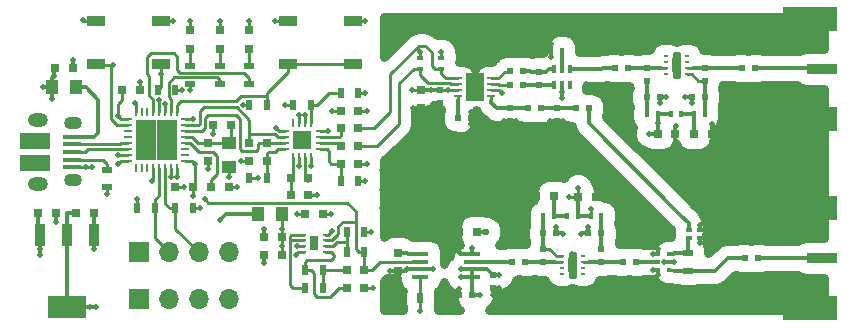
<source format=gtl>
G04 #@! TF.FileFunction,Copper,L1,Top,Signal*
%FSLAX46Y46*%
G04 Gerber Fmt 4.6, Leading zero omitted, Abs format (unit mm)*
G04 Created by KiCad (PCBNEW 4.0.5-e0-6337~49~ubuntu14.04.1) date Sun Feb 26 21:45:19 2017*
%MOMM*%
%LPD*%
G01*
G04 APERTURE LIST*
%ADD10C,0.100000*%
%ADD11R,1.450000X0.400000*%
%ADD12R,1.700000X1.700000*%
%ADD13O,1.700000X1.700000*%
%ADD14R,0.800000X1.200000*%
%ADD15R,0.450000X0.250000*%
%ADD16R,0.800000X0.300000*%
%ADD17R,0.750000X0.260000*%
%ADD18R,0.260000X0.750000*%
%ADD19R,1.650000X1.650000*%
%ADD20R,0.700000X0.250000*%
%ADD21R,0.250000X0.700000*%
%ADD22R,1.725000X1.725000*%
%ADD23R,1.500000X0.850000*%
%ADD24R,0.500000X0.900000*%
%ADD25R,2.560000X0.850000*%
%ADD26R,4.560000X2.000000*%
%ADD27R,0.800000X0.750000*%
%ADD28R,0.750000X0.800000*%
%ADD29R,0.600000X0.500000*%
%ADD30R,0.500000X0.600000*%
%ADD31R,0.800000X0.800000*%
%ADD32R,1.250000X1.000000*%
%ADD33R,1.000000X1.250000*%
%ADD34R,1.650000X0.400000*%
%ADD35O,1.500000X1.100000*%
%ADD36O,1.700000X1.200000*%
%ADD37R,2.500000X1.430000*%
%ADD38R,0.900000X0.500000*%
%ADD39R,0.400000X0.600000*%
%ADD40R,0.600000X0.400000*%
%ADD41R,3.250000X1.900000*%
%ADD42R,0.950000X1.900000*%
%ADD43R,0.300000X0.800000*%
%ADD44R,0.330000X0.410000*%
%ADD45R,0.500000X0.400000*%
%ADD46R,0.675000X0.250000*%
%ADD47R,1.650000X2.380000*%
%ADD48C,0.460000*%
%ADD49C,0.600000*%
%ADD50C,0.380000*%
%ADD51C,0.240000*%
%ADD52C,0.360000*%
%ADD53C,0.300000*%
%ADD54C,0.800000*%
%ADD55C,0.254000*%
G04 APERTURE END LIST*
D10*
D11*
X176500000Y-85400000D03*
X176500000Y-86050000D03*
X176500000Y-86700000D03*
X176500000Y-87350000D03*
X180900000Y-87350000D03*
X180900000Y-86700000D03*
X180900000Y-86050000D03*
X180900000Y-85400000D03*
D12*
X152670000Y-89250000D03*
D13*
X155210000Y-89250000D03*
X157750000Y-89250000D03*
X160290000Y-89250000D03*
D14*
X167500000Y-84500000D03*
D15*
X166625000Y-83750000D03*
X166625000Y-84250000D03*
X166625000Y-84750000D03*
X166625000Y-85250000D03*
X168375000Y-85250000D03*
X168375000Y-84750000D03*
X168375000Y-84250000D03*
X168375000Y-83750000D03*
D16*
X167500000Y-84250000D03*
X167500000Y-84750000D03*
D17*
X167975000Y-76500000D03*
X167975000Y-76000000D03*
X167975000Y-75500000D03*
X167975000Y-75000000D03*
D18*
X167250000Y-74275000D03*
X166750000Y-74275000D03*
X166250000Y-74275000D03*
X165750000Y-74275000D03*
D17*
X165025000Y-75000000D03*
X165025000Y-75500000D03*
X165025000Y-76000000D03*
X165025000Y-76500000D03*
D18*
X165750000Y-77225000D03*
X166250000Y-77225000D03*
X166750000Y-77225000D03*
X167250000Y-77225000D03*
D19*
X166500000Y-75750000D03*
D20*
X156537500Y-77500000D03*
X156537500Y-77000000D03*
X156537500Y-76500000D03*
X156537500Y-76000000D03*
X156537500Y-75500000D03*
X156537500Y-75000000D03*
X156537500Y-74500000D03*
X156537500Y-74000000D03*
D21*
X155887500Y-73350000D03*
X155387500Y-73350000D03*
X154887500Y-73350000D03*
X154387500Y-73350000D03*
X153887500Y-73350000D03*
X153387500Y-73350000D03*
X152887500Y-73350000D03*
X152387500Y-73350000D03*
D20*
X151737500Y-74000000D03*
X151737500Y-74500000D03*
X151737500Y-75000000D03*
X151737500Y-75500000D03*
X151737500Y-76000000D03*
X151737500Y-76500000D03*
X151737500Y-77000000D03*
X151737500Y-77500000D03*
D21*
X152387500Y-78150000D03*
X152887500Y-78150000D03*
X153387500Y-78150000D03*
X153887500Y-78150000D03*
X154387500Y-78150000D03*
X154887500Y-78150000D03*
X155387500Y-78150000D03*
X155887500Y-78150000D03*
D22*
X153275000Y-74887500D03*
X153275000Y-76612500D03*
X155000000Y-74887500D03*
X155000000Y-76612500D03*
D23*
X170750000Y-65650000D03*
X165250000Y-65650000D03*
X165250000Y-69350000D03*
X170750000Y-69350000D03*
X154500000Y-65650000D03*
X149000000Y-65650000D03*
X149000000Y-69350000D03*
X154500000Y-69350000D03*
D24*
X163500000Y-72750000D03*
X162000000Y-72750000D03*
X154250000Y-71500000D03*
X155750000Y-71500000D03*
D25*
X210500000Y-85750000D03*
D26*
X209500000Y-90000000D03*
X209500000Y-81500000D03*
D25*
X210500000Y-69750000D03*
D26*
X209500000Y-74000000D03*
X209500000Y-65500000D03*
D27*
X144150000Y-81950000D03*
X145650000Y-81950000D03*
X151250000Y-71500000D03*
X152750000Y-71500000D03*
X157250000Y-79750000D03*
X155750000Y-79750000D03*
X160450000Y-74500000D03*
X158950000Y-74500000D03*
X147350000Y-81950000D03*
X148850000Y-81950000D03*
X145550000Y-69650000D03*
X147050000Y-69650000D03*
D28*
X158500000Y-76000000D03*
X158500000Y-77500000D03*
D27*
X160250000Y-79750000D03*
X158750000Y-79750000D03*
X164750000Y-84000000D03*
X163250000Y-84000000D03*
X169750000Y-73250000D03*
X171250000Y-73250000D03*
X168250000Y-82000000D03*
X166750000Y-82000000D03*
X164750000Y-85500000D03*
X163250000Y-85500000D03*
X169750000Y-77750000D03*
X171250000Y-77750000D03*
X163500000Y-77500000D03*
X162000000Y-77500000D03*
X167000000Y-79000000D03*
X165500000Y-79000000D03*
X163500000Y-76000000D03*
X162000000Y-76000000D03*
X171250000Y-76250000D03*
X169750000Y-76250000D03*
X171750000Y-88250000D03*
X170250000Y-88250000D03*
X171250000Y-74750000D03*
X169750000Y-74750000D03*
X171750000Y-86750000D03*
X170250000Y-86750000D03*
D29*
X180900000Y-88910000D03*
X179800000Y-88910000D03*
D28*
X174570000Y-85300000D03*
X174570000Y-86800000D03*
D30*
X182620000Y-87200000D03*
X182620000Y-88300000D03*
D29*
X200569779Y-72111867D03*
X199469779Y-72111867D03*
X203700000Y-69661867D03*
X204800000Y-69661867D03*
D27*
X181250000Y-83500000D03*
X179750000Y-83500000D03*
D30*
X178127416Y-71530846D03*
X178127416Y-72630846D03*
D27*
X199669779Y-75211867D03*
X201169779Y-75211867D03*
D28*
X176507416Y-71530846D03*
X176507416Y-73030846D03*
D29*
X189627416Y-73070846D03*
X190727416Y-73070846D03*
D27*
X198069779Y-75211867D03*
X196569779Y-75211867D03*
D29*
X196769779Y-72111867D03*
X195669779Y-72111867D03*
X192969779Y-69661867D03*
X194069779Y-69661867D03*
D30*
X188027416Y-73050000D03*
X188027416Y-74150000D03*
D29*
X186910000Y-83660000D03*
X188010000Y-83660000D03*
X179697416Y-73850846D03*
X180797416Y-73850846D03*
X185360000Y-86060000D03*
X184260000Y-86060000D03*
D30*
X186527416Y-69950846D03*
X186527416Y-71050846D03*
X184087416Y-74160846D03*
X184087416Y-73060846D03*
D27*
X187810000Y-80510000D03*
X186310000Y-80510000D03*
X191350000Y-80550000D03*
X189850000Y-80550000D03*
D29*
X190710000Y-83660000D03*
X191810000Y-83660000D03*
X194710000Y-86060000D03*
X193610000Y-86060000D03*
D31*
X157000000Y-68050000D03*
X157000000Y-66450000D03*
X159500000Y-68050000D03*
X159500000Y-66450000D03*
X162000000Y-68050000D03*
X162000000Y-66450000D03*
D32*
X160250000Y-78000000D03*
X160250000Y-76000000D03*
D33*
X147300000Y-71300000D03*
X145300000Y-71300000D03*
X162750000Y-82000000D03*
X164750000Y-82000000D03*
D30*
X200569779Y-70761867D03*
X200569779Y-69661867D03*
X195669779Y-70761867D03*
X195669779Y-69661867D03*
D29*
X186717416Y-73060846D03*
X185617416Y-73060846D03*
D30*
X186910000Y-84960000D03*
X186910000Y-86060000D03*
D29*
X185207416Y-69870846D03*
X184107416Y-69870846D03*
X185207416Y-71130846D03*
X184107416Y-71130846D03*
D30*
X191810000Y-84960000D03*
X191810000Y-86060000D03*
D34*
X147000000Y-75450000D03*
X147000000Y-76100000D03*
X147000000Y-76750000D03*
X147000000Y-77400000D03*
X147000000Y-78050000D03*
D35*
X147120000Y-74330000D03*
X147120000Y-79170000D03*
D36*
X144120000Y-74020000D03*
X144120000Y-79480000D03*
D37*
X143880000Y-75790000D03*
X143880000Y-77710000D03*
D12*
X152670000Y-85250000D03*
D13*
X155210000Y-85250000D03*
X157750000Y-85250000D03*
X160290000Y-85250000D03*
D38*
X150000000Y-79750000D03*
X150000000Y-78250000D03*
X157000000Y-71000000D03*
X157000000Y-69500000D03*
X159500000Y-71000000D03*
X159500000Y-69500000D03*
X162000000Y-71000000D03*
X162000000Y-69500000D03*
D24*
X169750000Y-79250000D03*
X171250000Y-79250000D03*
X163500000Y-79000000D03*
X162000000Y-79000000D03*
X165750000Y-72750000D03*
X167250000Y-72750000D03*
X169750000Y-71750000D03*
X171250000Y-71750000D03*
X168250000Y-88250000D03*
X166750000Y-88250000D03*
X166750000Y-86750000D03*
X168250000Y-86750000D03*
X170250000Y-83500000D03*
X171750000Y-83500000D03*
X171750000Y-85250000D03*
X170250000Y-85250000D03*
D39*
X199669779Y-73511867D03*
X200569779Y-73511867D03*
X197669779Y-73511867D03*
X198569779Y-73511867D03*
X196569779Y-73511867D03*
X195669779Y-73511867D03*
X187550000Y-68200000D03*
X188450000Y-68200000D03*
X187810000Y-82210000D03*
X186910000Y-82210000D03*
X189810000Y-82210000D03*
X188910000Y-82210000D03*
X190910000Y-82210000D03*
X191810000Y-82210000D03*
D40*
X176500000Y-68800000D03*
X176500000Y-69700000D03*
X178250000Y-69700000D03*
X178250000Y-68800000D03*
D38*
X199160000Y-86830000D03*
X199160000Y-85330000D03*
D41*
X146550000Y-89850000D03*
D42*
X148850000Y-83750000D03*
X146550000Y-83750000D03*
X144250000Y-83750000D03*
D43*
X189127416Y-69750846D03*
X188477416Y-69750846D03*
X187827416Y-69750846D03*
X187827416Y-71050846D03*
X188477416Y-71050846D03*
X189127416Y-71050846D03*
D44*
X197570000Y-86070000D03*
X197570000Y-85410000D03*
X197570000Y-86730000D03*
X196570000Y-86070000D03*
X196570000Y-85410000D03*
X196570000Y-86730000D03*
D45*
X200200000Y-83375000D03*
X200200000Y-84025000D03*
X199200000Y-83375000D03*
X199200000Y-84025000D03*
D24*
X157250000Y-81500000D03*
X155750000Y-81500000D03*
X152500000Y-81500000D03*
X154000000Y-81500000D03*
X176500000Y-89100000D03*
X175000000Y-89100000D03*
D29*
X205050000Y-85750000D03*
X203950000Y-85750000D03*
D14*
X198169779Y-69411867D03*
D15*
X199044779Y-70161867D03*
X199044779Y-69661867D03*
X199044779Y-69161867D03*
X199044779Y-68661867D03*
X197294779Y-68661867D03*
X197294779Y-69161867D03*
X197294779Y-69661867D03*
X197294779Y-70161867D03*
D16*
X198169779Y-69661867D03*
X198169779Y-69161867D03*
D14*
X189360000Y-86310000D03*
D15*
X188485000Y-85560000D03*
X188485000Y-86060000D03*
X188485000Y-86560000D03*
X188485000Y-87060000D03*
X190235000Y-87060000D03*
X190235000Y-86560000D03*
X190235000Y-86060000D03*
X190235000Y-85560000D03*
D16*
X189360000Y-86060000D03*
X189360000Y-86560000D03*
D46*
X182492416Y-72015846D03*
X182492416Y-71515846D03*
X182492416Y-71015846D03*
X182492416Y-70515846D03*
X179692416Y-70515846D03*
X179692416Y-71015846D03*
X179692416Y-71515846D03*
X179692416Y-72015846D03*
D47*
X181092416Y-71265846D03*
D27*
X165500000Y-80400000D03*
X167000000Y-80400000D03*
D48*
X144250000Y-85500000D03*
X144250000Y-85000000D03*
X176500000Y-68300000D03*
X178250000Y-68300000D03*
X145300000Y-72250000D03*
X145450000Y-70350000D03*
X144500000Y-71300000D03*
X159500000Y-82500000D03*
X195850000Y-75200000D03*
X196569779Y-74300000D03*
X190900000Y-81600000D03*
X189100000Y-80550000D03*
X189850000Y-79800000D03*
X183400000Y-71750000D03*
X175750000Y-71550000D03*
X177350000Y-71530846D03*
X178850000Y-71515846D03*
X148850000Y-85000000D03*
X145650000Y-82650000D03*
X167700000Y-80400000D03*
X148700000Y-78050000D03*
X148200000Y-78050000D03*
X143880000Y-75790000D03*
X143880000Y-77710000D03*
X167500000Y-84750000D03*
X167500000Y-84250000D03*
X172300000Y-83500000D03*
X153275000Y-76612500D03*
X153275000Y-74887500D03*
X155000000Y-74887500D03*
X155000000Y-76612500D03*
X171800000Y-65650000D03*
X164200000Y-65650000D03*
X155550000Y-65650000D03*
X147900000Y-65600000D03*
X147050000Y-68950000D03*
X163250000Y-83300000D03*
X163250000Y-86200000D03*
X158950000Y-75200000D03*
X157000000Y-65700000D03*
X159500000Y-65700000D03*
X162000000Y-65700000D03*
X156450000Y-79750000D03*
X155900000Y-78850000D03*
X155400000Y-78850000D03*
X150000000Y-80300000D03*
X160950000Y-79750000D03*
X158500000Y-78200000D03*
X152350000Y-72600000D03*
X152750000Y-70800000D03*
X171800000Y-71750000D03*
X171950000Y-73250000D03*
X166950000Y-76200000D03*
X166950000Y-75300000D03*
X166050000Y-75300000D03*
X166050000Y-76200000D03*
X166250000Y-73600000D03*
X166750000Y-73600000D03*
X164250000Y-74750000D03*
X161300000Y-77500000D03*
X171950000Y-77750000D03*
X165950000Y-85450000D03*
X166050000Y-82000000D03*
X172450000Y-88250000D03*
X197750000Y-83300000D03*
X196150000Y-81650000D03*
X194850000Y-80350000D03*
X193500000Y-79000000D03*
X192350000Y-77850000D03*
X191300000Y-76750000D03*
X190000000Y-75450000D03*
X192050000Y-72300000D03*
X192100000Y-73800000D03*
X193050000Y-74750000D03*
X194000000Y-75700000D03*
X195150000Y-76850000D03*
X196300000Y-78000000D03*
X197400000Y-79100000D03*
X198550000Y-80200000D03*
X199650000Y-81250000D03*
X192500000Y-71000000D03*
X190500000Y-71000000D03*
X194250000Y-71250000D03*
X179500000Y-75250000D03*
X175750000Y-75500000D03*
X174500000Y-77000000D03*
X173250000Y-78250000D03*
X173250000Y-80000000D03*
X173250000Y-81500000D03*
X173750000Y-83500000D03*
X176250000Y-84000000D03*
X178000000Y-84250000D03*
X181500000Y-82000000D03*
X183250000Y-82250000D03*
X183750000Y-84500000D03*
X185500000Y-84500000D03*
X185500000Y-82000000D03*
X188500000Y-79000000D03*
X193250000Y-82500000D03*
X193250000Y-84500000D03*
X206750000Y-88750000D03*
X207750000Y-88500000D03*
X209250000Y-88500000D03*
X210750000Y-88500000D03*
X209250000Y-67000000D03*
X210750000Y-83000000D03*
X209500000Y-83000000D03*
X208250000Y-83000000D03*
X206750000Y-83000000D03*
X206750000Y-81750000D03*
X206750000Y-81000000D03*
X206750000Y-80000000D03*
X208250000Y-80000000D03*
X209500000Y-80000000D03*
X210750000Y-80000000D03*
X210750000Y-79000000D03*
X210750000Y-77750000D03*
X210750000Y-76500000D03*
X210500000Y-75500000D03*
X209250000Y-75500000D03*
X208250000Y-75500000D03*
X207000000Y-75500000D03*
X206750000Y-74500000D03*
X206750000Y-73500000D03*
X207000000Y-72500000D03*
X208250000Y-72500000D03*
X209250000Y-72500000D03*
X210500000Y-72500000D03*
X205000000Y-87250000D03*
X203000000Y-87250000D03*
X200750000Y-88250000D03*
X198250000Y-88250000D03*
X194000000Y-87500000D03*
X191750000Y-87500000D03*
X189500000Y-88250000D03*
X187000000Y-87750000D03*
X184750000Y-87500000D03*
X184500000Y-90250000D03*
X186750000Y-90250000D03*
X189500000Y-90250000D03*
X191750000Y-90250000D03*
X194000000Y-90250000D03*
X196250000Y-90250000D03*
X198000000Y-90250000D03*
X199750000Y-90250000D03*
X201750000Y-90250000D03*
X203500000Y-90250000D03*
X205250000Y-90250000D03*
X206750000Y-90250000D03*
X210750000Y-87500000D03*
X209250000Y-87500000D03*
X207750000Y-87500000D03*
X210500000Y-84000000D03*
X209250000Y-84000000D03*
X207750000Y-84000000D03*
X206000000Y-84250000D03*
X204250000Y-84250000D03*
X202250000Y-84500000D03*
X199750000Y-76750000D03*
X202000000Y-72500000D03*
X202000000Y-71000000D03*
X203500000Y-71250000D03*
X205000000Y-71250000D03*
X206750000Y-71250000D03*
X208500000Y-71500000D03*
X210500000Y-71500000D03*
X180500000Y-67000000D03*
X180750000Y-69000000D03*
X182750000Y-69000000D03*
X184250000Y-68500000D03*
X186000000Y-68500000D03*
X189250000Y-66750000D03*
X190000000Y-68250000D03*
X191500000Y-68500000D03*
X193500000Y-68250000D03*
X195250000Y-68250000D03*
X196500000Y-67500000D03*
X198250000Y-67500000D03*
X199750000Y-67250000D03*
X201250000Y-68250000D03*
X203000000Y-68250000D03*
X204750000Y-68000000D03*
X208000000Y-67750000D03*
X210500000Y-67750000D03*
X173500000Y-65250000D03*
X176500000Y-65250000D03*
X179500000Y-65250000D03*
X182500000Y-65250000D03*
X185500000Y-65250000D03*
X188500000Y-65250000D03*
X191500000Y-65250000D03*
X194500000Y-65250000D03*
X197500000Y-65250000D03*
X200500000Y-65250000D03*
X203500000Y-65250000D03*
X206500000Y-65250000D03*
X189375000Y-87200000D03*
X189350000Y-85425000D03*
X189360000Y-86560000D03*
X189360000Y-86060000D03*
X198175000Y-70300000D03*
X198175000Y-68525000D03*
X198169779Y-69661867D03*
X198169779Y-69161867D03*
D49*
X174300000Y-89100000D03*
D48*
X173900000Y-86800000D03*
X175350000Y-86700000D03*
X177600000Y-86700000D03*
X180900000Y-84900000D03*
X179850000Y-85350000D03*
X179200000Y-88900000D03*
X183150000Y-88300000D03*
X182650000Y-88850000D03*
X179800000Y-88400000D03*
X179750000Y-82800000D03*
X185550000Y-80500000D03*
X186300000Y-79750000D03*
X191350000Y-79850000D03*
X192200000Y-80550000D03*
X175850000Y-73050000D03*
X176500000Y-73700000D03*
X177150000Y-73050000D03*
X177600000Y-72700000D03*
X178150000Y-73200000D03*
X180677416Y-71860846D03*
X181507416Y-71860846D03*
X181507416Y-70670846D03*
X180677416Y-70670846D03*
X180800000Y-74350000D03*
X180800000Y-73350000D03*
X181350000Y-73850000D03*
X188050000Y-74700000D03*
X188550000Y-74150000D03*
X187500000Y-74150000D03*
X183600000Y-74150000D03*
X184100000Y-74700000D03*
X184600000Y-74150000D03*
X188500000Y-72150000D03*
X188500000Y-71700000D03*
X187550000Y-68750000D03*
X187550000Y-67650000D03*
X187100000Y-68200000D03*
X201200000Y-75850000D03*
X201800000Y-75200000D03*
X201150000Y-74400000D03*
X198100000Y-75850000D03*
X198100000Y-74600000D03*
X199450000Y-72600000D03*
X198900000Y-72100000D03*
X197300000Y-72100000D03*
X196750000Y-72600000D03*
X200200000Y-84500000D03*
X200700000Y-84000000D03*
X200700000Y-83350000D03*
X200200000Y-82950000D03*
X197150000Y-86050000D03*
X196600000Y-87200000D03*
X196600000Y-84950000D03*
X196150000Y-86750000D03*
X196150000Y-85400000D03*
X198000000Y-86050000D03*
X188000000Y-83100000D03*
X188600000Y-83700000D03*
X190700000Y-83100000D03*
X190100000Y-83700000D03*
X149000000Y-89850000D03*
X148500000Y-89850000D03*
X152500000Y-80750000D03*
X156300000Y-71500000D03*
X157000000Y-71550000D03*
X161450000Y-72750000D03*
X157250000Y-80450000D03*
X157800000Y-81500000D03*
X160250000Y-78850000D03*
X157400000Y-77772500D03*
X150900000Y-73752500D03*
X181500000Y-88900000D03*
X183150000Y-87200000D03*
X179900000Y-87350000D03*
X179900000Y-86700000D03*
D49*
X182050000Y-83500000D03*
D48*
X162750000Y-79000000D03*
X164750000Y-84750000D03*
X164750000Y-83300000D03*
X168650000Y-75000000D03*
X167250000Y-77950000D03*
X166250000Y-77950000D03*
X171800000Y-79250000D03*
X168950000Y-82000000D03*
X169000000Y-83450000D03*
X169050000Y-73250000D03*
X158250000Y-80750000D03*
X157200000Y-74000000D03*
X150900000Y-77750000D03*
X150900000Y-77000000D03*
X176500000Y-90250000D03*
X153750000Y-79250000D03*
X154900000Y-72700000D03*
X166050000Y-84750000D03*
X150500000Y-69400000D03*
X154500000Y-70150000D03*
X165050000Y-72750000D03*
X154399602Y-72349765D03*
D50*
X144250000Y-85000000D02*
X144250000Y-85500000D01*
X144250000Y-83750000D02*
X144250000Y-85000000D01*
X144150000Y-81950000D02*
X144150000Y-83650000D01*
X144150000Y-83650000D02*
X144250000Y-83750000D01*
D51*
X176500000Y-68800000D02*
X176500000Y-68300000D01*
X178250000Y-68800000D02*
X178250000Y-68300000D01*
D50*
X145300000Y-71300000D02*
X145300000Y-72250000D01*
X145450000Y-70350000D02*
X145450000Y-69750000D01*
X145450000Y-69750000D02*
X145550000Y-69650000D01*
X145300000Y-71300000D02*
X145300000Y-70500000D01*
X145300000Y-70500000D02*
X145450000Y-70350000D01*
X145300000Y-71300000D02*
X144500000Y-71300000D01*
X162750000Y-82000000D02*
X160000000Y-82000000D01*
X160000000Y-82000000D02*
X159500000Y-82500000D01*
D52*
X196569779Y-75211867D02*
X195861867Y-75211867D01*
X195861867Y-75211867D02*
X195850000Y-75200000D01*
D50*
X196569779Y-74300000D02*
X196569779Y-75211867D01*
X196569779Y-73511867D02*
X196569779Y-74300000D01*
D51*
X190910000Y-82210000D02*
X190910000Y-81610000D01*
X190910000Y-81610000D02*
X190900000Y-81600000D01*
X189850000Y-80550000D02*
X189100000Y-80550000D01*
X189850000Y-80550000D02*
X189850000Y-79800000D01*
X182492416Y-71515846D02*
X183165846Y-71515846D01*
X183165846Y-71515846D02*
X183400000Y-71750000D01*
X176507416Y-71530846D02*
X175769154Y-71530846D01*
X175769154Y-71530846D02*
X175750000Y-71550000D01*
D50*
X177350000Y-71530846D02*
X176507416Y-71530846D01*
X178127416Y-71530846D02*
X177350000Y-71530846D01*
D51*
X178850000Y-71515846D02*
X178142416Y-71515846D01*
X179692416Y-71515846D02*
X178850000Y-71515846D01*
X178142416Y-71515846D02*
X178127416Y-71530846D01*
D50*
X197669779Y-73511867D02*
X196569779Y-73511867D01*
X189810000Y-82210000D02*
X189810000Y-80590000D01*
X189810000Y-80590000D02*
X189850000Y-80550000D01*
X190910000Y-82210000D02*
X189810000Y-82210000D01*
X148850000Y-83750000D02*
X148850000Y-85000000D01*
X148850000Y-81950000D02*
X148850000Y-83750000D01*
X145650000Y-81950000D02*
X145650000Y-82650000D01*
D51*
X167000000Y-80400000D02*
X167700000Y-80400000D01*
X148200000Y-78050000D02*
X148700000Y-78050000D01*
X147000000Y-78050000D02*
X148200000Y-78050000D01*
X167500000Y-84500000D02*
X167500000Y-84250000D01*
X171750000Y-83500000D02*
X172300000Y-83500000D01*
X170750000Y-65650000D02*
X171800000Y-65650000D01*
X165250000Y-65650000D02*
X164200000Y-65650000D01*
X154500000Y-65650000D02*
X155550000Y-65650000D01*
X149000000Y-65650000D02*
X147950000Y-65650000D01*
X147950000Y-65650000D02*
X147900000Y-65600000D01*
D50*
X147050000Y-69650000D02*
X147050000Y-68950000D01*
X163250000Y-84000000D02*
X163250000Y-83300000D01*
X163250000Y-85500000D02*
X163250000Y-86200000D01*
D51*
X158950000Y-74500000D02*
X158950000Y-75200000D01*
X157000000Y-66450000D02*
X157000000Y-65700000D01*
X159500000Y-66450000D02*
X159500000Y-65700000D01*
X162000000Y-66450000D02*
X162000000Y-65700000D01*
X155750000Y-79750000D02*
X156450000Y-79750000D01*
X155887500Y-78150000D02*
X155887500Y-78837500D01*
X155887500Y-78837500D02*
X155900000Y-78850000D01*
X155387500Y-78150000D02*
X155387500Y-78837500D01*
X155387500Y-78837500D02*
X155400000Y-78850000D01*
X150000000Y-79750000D02*
X150000000Y-80300000D01*
X160250000Y-79750000D02*
X160950000Y-79750000D01*
X158500000Y-77500000D02*
X158500000Y-78200000D01*
X152387500Y-73350000D02*
X152387500Y-72637500D01*
X152387500Y-72637500D02*
X152350000Y-72600000D01*
X152750000Y-71500000D02*
X152750000Y-70800000D01*
X171250000Y-71750000D02*
X171800000Y-71750000D01*
X171250000Y-73250000D02*
X171950000Y-73250000D01*
X166250000Y-74275000D02*
X166250000Y-73600000D01*
X166750000Y-74275000D02*
X166750000Y-73600000D01*
X165025000Y-75000000D02*
X164500000Y-75000000D01*
X164500000Y-75000000D02*
X164250000Y-74750000D01*
X162000000Y-77500000D02*
X161300000Y-77500000D01*
X171250000Y-77750000D02*
X171950000Y-77750000D01*
X166625000Y-85250000D02*
X166150000Y-85250000D01*
X166150000Y-85250000D02*
X165950000Y-85450000D01*
X166750000Y-82000000D02*
X166050000Y-82000000D01*
X171750000Y-88250000D02*
X172450000Y-88250000D01*
D50*
X193250000Y-71750000D02*
X193250000Y-72000000D01*
X192500000Y-71000000D02*
X193250000Y-71750000D01*
D51*
X189360000Y-86560000D02*
X189360000Y-87185000D01*
X189360000Y-87185000D02*
X189375000Y-87200000D01*
X189360000Y-86060000D02*
X189360000Y-85435000D01*
X189360000Y-85435000D02*
X189350000Y-85425000D01*
X198169779Y-69661867D02*
X198169779Y-70294779D01*
X198169779Y-70294779D02*
X198175000Y-70300000D01*
X198169779Y-69161867D02*
X198169779Y-68530221D01*
X198169779Y-68530221D02*
X198175000Y-68525000D01*
D50*
X175000000Y-89100000D02*
X174300000Y-89100000D01*
D52*
X174570000Y-86800000D02*
X173900000Y-86800000D01*
X174570000Y-86800000D02*
X175250000Y-86800000D01*
X175250000Y-86800000D02*
X175350000Y-86700000D01*
X176500000Y-86700000D02*
X175350000Y-86700000D01*
X176500000Y-86700000D02*
X177600000Y-86700000D01*
X180900000Y-85400000D02*
X180900000Y-84900000D01*
X180900000Y-85400000D02*
X179900000Y-85400000D01*
X179900000Y-85400000D02*
X179850000Y-85350000D01*
X179800000Y-88910000D02*
X179210000Y-88910000D01*
X179210000Y-88910000D02*
X179200000Y-88900000D01*
X182620000Y-88300000D02*
X183150000Y-88300000D01*
X182620000Y-88300000D02*
X182620000Y-88820000D01*
X182620000Y-88820000D02*
X182650000Y-88850000D01*
X179800000Y-88910000D02*
X179800000Y-88400000D01*
X179750000Y-83500000D02*
X179750000Y-82800000D01*
D51*
X186310000Y-80510000D02*
X185560000Y-80510000D01*
X185560000Y-80510000D02*
X185550000Y-80500000D01*
X186310000Y-80510000D02*
X186310000Y-79760000D01*
X186310000Y-79760000D02*
X186300000Y-79750000D01*
X191350000Y-80550000D02*
X191350000Y-79850000D01*
X191350000Y-80550000D02*
X192200000Y-80550000D01*
D52*
X176507416Y-73030846D02*
X175869154Y-73030846D01*
X175869154Y-73030846D02*
X175850000Y-73050000D01*
X176507416Y-73030846D02*
X176507416Y-73692584D01*
X176507416Y-73692584D02*
X176500000Y-73700000D01*
X176507416Y-73030846D02*
X177130846Y-73030846D01*
X177130846Y-73030846D02*
X177150000Y-73050000D01*
X178127416Y-72630846D02*
X177669154Y-72630846D01*
X177669154Y-72630846D02*
X177600000Y-72700000D01*
X178127416Y-72630846D02*
X178127416Y-73177416D01*
X178127416Y-73177416D02*
X178150000Y-73200000D01*
X180797416Y-73850846D02*
X180797416Y-74347416D01*
X180797416Y-74347416D02*
X180800000Y-74350000D01*
X180797416Y-73850846D02*
X180797416Y-73352584D01*
X180797416Y-73352584D02*
X180800000Y-73350000D01*
X180797416Y-73850846D02*
X181349154Y-73850846D01*
X181349154Y-73850846D02*
X181350000Y-73850000D01*
X188027416Y-74150000D02*
X188027416Y-74677416D01*
X188027416Y-74677416D02*
X188050000Y-74700000D01*
X188027416Y-74150000D02*
X188550000Y-74150000D01*
X188027416Y-74150000D02*
X187500000Y-74150000D01*
X184087416Y-74160846D02*
X183610846Y-74160846D01*
X183610846Y-74160846D02*
X183600000Y-74150000D01*
X184087416Y-74160846D02*
X184087416Y-74687416D01*
X184087416Y-74687416D02*
X184100000Y-74700000D01*
X184087416Y-74160846D02*
X184589154Y-74160846D01*
X184589154Y-74160846D02*
X184600000Y-74150000D01*
X188500000Y-71700000D02*
X188500000Y-72150000D01*
X188477416Y-71527416D02*
X188477416Y-71677416D01*
X188477416Y-71677416D02*
X188500000Y-71700000D01*
X187550000Y-68200000D02*
X187550000Y-68750000D01*
X187550000Y-68200000D02*
X187550000Y-67650000D01*
X187550000Y-68200000D02*
X187100000Y-68200000D01*
X201169779Y-75211867D02*
X201169779Y-75819779D01*
X201169779Y-75819779D02*
X201200000Y-75850000D01*
X201169779Y-75211867D02*
X201788133Y-75211867D01*
X201788133Y-75211867D02*
X201800000Y-75200000D01*
X201169779Y-75211867D02*
X201169779Y-74419779D01*
X201169779Y-74419779D02*
X201150000Y-74400000D01*
X198069779Y-75211867D02*
X198069779Y-75819779D01*
X198069779Y-75819779D02*
X198100000Y-75850000D01*
X198069779Y-75211867D02*
X198069779Y-74630221D01*
X198069779Y-74630221D02*
X198100000Y-74600000D01*
X199469779Y-72111867D02*
X199469779Y-72580221D01*
X199469779Y-72580221D02*
X199450000Y-72600000D01*
X199469779Y-72111867D02*
X198911867Y-72111867D01*
X198911867Y-72111867D02*
X198900000Y-72100000D01*
X196769779Y-72111867D02*
X197288133Y-72111867D01*
X197288133Y-72111867D02*
X197300000Y-72100000D01*
X196769779Y-72111867D02*
X196769779Y-72580221D01*
X196769779Y-72580221D02*
X196750000Y-72600000D01*
D53*
X200200000Y-84025000D02*
X200200000Y-84500000D01*
X200200000Y-84025000D02*
X200675000Y-84025000D01*
X200675000Y-84025000D02*
X200700000Y-84000000D01*
X200200000Y-83375000D02*
X200675000Y-83375000D01*
X200675000Y-83375000D02*
X200700000Y-83350000D01*
X200200000Y-83375000D02*
X200200000Y-82950000D01*
X197570000Y-86070000D02*
X197170000Y-86070000D01*
X197170000Y-86070000D02*
X197150000Y-86050000D01*
X196570000Y-86730000D02*
X196570000Y-87170000D01*
X196570000Y-87170000D02*
X196600000Y-87200000D01*
X196570000Y-85410000D02*
X196570000Y-84980000D01*
X196570000Y-84980000D02*
X196600000Y-84950000D01*
X196570000Y-86730000D02*
X196170000Y-86730000D01*
X196170000Y-86730000D02*
X196150000Y-86750000D01*
X196570000Y-85410000D02*
X196160000Y-85410000D01*
X196160000Y-85410000D02*
X196150000Y-85400000D01*
X197570000Y-86070000D02*
X197980000Y-86070000D01*
X197980000Y-86070000D02*
X198000000Y-86050000D01*
X188477416Y-71050846D02*
X188477416Y-71527416D01*
D50*
X188010000Y-83660000D02*
X188010000Y-83110000D01*
X188010000Y-83110000D02*
X188000000Y-83100000D01*
X188010000Y-83660000D02*
X188560000Y-83660000D01*
X188560000Y-83660000D02*
X188600000Y-83700000D01*
X190710000Y-83660000D02*
X190710000Y-83110000D01*
X190710000Y-83110000D02*
X190700000Y-83100000D01*
X190710000Y-83660000D02*
X190140000Y-83660000D01*
X190140000Y-83660000D02*
X190100000Y-83700000D01*
X148500000Y-89850000D02*
X149000000Y-89850000D01*
X146550000Y-89850000D02*
X148500000Y-89850000D01*
X146550000Y-83750000D02*
X146550000Y-85080000D01*
X146550000Y-85080000D02*
X146550000Y-89850000D01*
X146550000Y-81970000D02*
X146550000Y-83750000D01*
X147350000Y-81950000D02*
X146570000Y-81950000D01*
X146570000Y-81950000D02*
X146550000Y-81970000D01*
D51*
X152500000Y-81500000D02*
X152500000Y-80750000D01*
X155750000Y-71500000D02*
X156300000Y-71500000D01*
X157000000Y-71000000D02*
X157000000Y-71550000D01*
X162000000Y-72750000D02*
X161450000Y-72750000D01*
X157250000Y-79750000D02*
X157250000Y-80450000D01*
X157250000Y-81500000D02*
X157800000Y-81500000D01*
X160250000Y-78000000D02*
X160250000Y-78850000D01*
X156537500Y-77500000D02*
X157127500Y-77500000D01*
X157127500Y-77500000D02*
X157400000Y-77772500D01*
X157400000Y-77772500D02*
X157400000Y-79600000D01*
X157400000Y-79600000D02*
X157250000Y-79750000D01*
X150900000Y-72700000D02*
X151250000Y-72350000D01*
X151250000Y-72350000D02*
X151250000Y-71500000D01*
X150900000Y-73752500D02*
X150900000Y-72700000D01*
X151737500Y-74000000D02*
X151147500Y-74000000D01*
X151147500Y-74000000D02*
X150900000Y-73752500D01*
D52*
X180900000Y-88910000D02*
X181490000Y-88910000D01*
X181490000Y-88910000D02*
X181500000Y-88900000D01*
X182620000Y-87200000D02*
X183150000Y-87200000D01*
X180900000Y-87350000D02*
X179900000Y-87350000D01*
X180900000Y-86700000D02*
X179900000Y-86700000D01*
X180900000Y-86700000D02*
X182120000Y-86700000D01*
X182120000Y-86700000D02*
X182620000Y-87200000D01*
X180900000Y-87350000D02*
X180900000Y-86700000D01*
X180900000Y-88910000D02*
X180900000Y-87350000D01*
D53*
X181250000Y-83500000D02*
X182050000Y-83500000D01*
D51*
X156537500Y-76000000D02*
X157000000Y-76000000D01*
X158950000Y-76750000D02*
X159300000Y-77100000D01*
X159300000Y-77100000D02*
X159300000Y-78585000D01*
X157000000Y-76000000D02*
X157750000Y-76750000D01*
X157750000Y-76750000D02*
X158950000Y-76750000D01*
X159300000Y-78585000D02*
X158750000Y-79135000D01*
X158750000Y-79135000D02*
X158750000Y-79750000D01*
X162000000Y-79000000D02*
X162750000Y-79000000D01*
X164750000Y-85500000D02*
X164750000Y-84750000D01*
X164750000Y-84000000D02*
X164750000Y-84750000D01*
X164750000Y-82000000D02*
X164750000Y-83300000D01*
X164750000Y-84000000D02*
X164750000Y-83300000D01*
X167975000Y-75000000D02*
X168650000Y-75000000D01*
X167250000Y-77225000D02*
X167250000Y-77950000D01*
X166250000Y-77225000D02*
X166250000Y-77950000D01*
X171250000Y-79250000D02*
X171800000Y-79250000D01*
X168250000Y-82000000D02*
X168950000Y-82000000D01*
X168375000Y-83750000D02*
X168700000Y-83750000D01*
X168700000Y-83750000D02*
X169000000Y-83450000D01*
X169750000Y-73250000D02*
X169050000Y-73250000D01*
X174700000Y-74350000D02*
X172800000Y-76250000D01*
X172800000Y-76250000D02*
X171250000Y-76250000D01*
X174700000Y-70960000D02*
X174700000Y-74350000D01*
X176500000Y-69700000D02*
X175960000Y-69700000D01*
X175960000Y-69700000D02*
X174700000Y-70960000D01*
X176500000Y-70250000D02*
X176500000Y-69700000D01*
X179692416Y-71015846D02*
X179102416Y-71015846D01*
X179102416Y-71015846D02*
X178972426Y-70885856D01*
X177135856Y-70885856D02*
X176500000Y-70250000D01*
X178972426Y-70885856D02*
X177135856Y-70885856D01*
X165500000Y-79000000D02*
X165500000Y-80400000D01*
X165750000Y-77225000D02*
X165750000Y-79000000D01*
X165750000Y-79000000D02*
X165500000Y-79250000D01*
X176900000Y-67750000D02*
X176339598Y-67750000D01*
X176339598Y-67750000D02*
X173900000Y-70189598D01*
X173900000Y-70189598D02*
X173900000Y-70600000D01*
X177450000Y-68300000D02*
X176900000Y-67750000D01*
X177450000Y-69440000D02*
X177450000Y-68300000D01*
X178250000Y-69700000D02*
X177710000Y-69700000D01*
X177710000Y-69700000D02*
X177450000Y-69440000D01*
X173900000Y-70600000D02*
X173900000Y-73400000D01*
X173900000Y-73400000D02*
X172550000Y-74750000D01*
X172550000Y-74750000D02*
X171250000Y-74750000D01*
X178250000Y-69700000D02*
X178150000Y-69700000D01*
X179692416Y-70515846D02*
X178625846Y-70515846D01*
X178625846Y-70515846D02*
X178250000Y-70140000D01*
X178250000Y-70140000D02*
X178250000Y-69700000D01*
X169750000Y-76250000D02*
X169500000Y-76000000D01*
X169500000Y-76000000D02*
X167975000Y-76000000D01*
X168375000Y-85250000D02*
X168950000Y-85250000D01*
X168950000Y-85250000D02*
X169150000Y-85450000D01*
X169150000Y-85450000D02*
X169150000Y-85650000D01*
X169150000Y-85650000D02*
X168900000Y-85900000D01*
X168900000Y-85900000D02*
X166900000Y-85900000D01*
X166750000Y-86050000D02*
X166750000Y-86750000D01*
X166900000Y-85900000D02*
X166750000Y-86050000D01*
X170250000Y-88250000D02*
X169610000Y-88250000D01*
X169610000Y-88250000D02*
X168810000Y-89050000D01*
X168810000Y-89050000D02*
X167750000Y-89050000D01*
X167750000Y-89050000D02*
X167500000Y-88800000D01*
X167500000Y-88800000D02*
X167500000Y-87010000D01*
X167500000Y-87010000D02*
X167240000Y-86750000D01*
X167240000Y-86750000D02*
X166750000Y-86750000D01*
X166750000Y-86750000D02*
X166750000Y-86550000D01*
X167975000Y-75500000D02*
X169615000Y-75500000D01*
X169615000Y-75500000D02*
X169750000Y-75365000D01*
X169750000Y-75365000D02*
X169750000Y-74750000D01*
X171000000Y-82850000D02*
X171000000Y-82650000D01*
X171000000Y-82650000D02*
X171000000Y-81750000D01*
X169899998Y-82700000D02*
X170950000Y-82700000D01*
X170950000Y-82700000D02*
X171000000Y-82650000D01*
X158550000Y-81050000D02*
X170300000Y-81050000D01*
X170300000Y-81050000D02*
X171000000Y-81750000D01*
X158250000Y-80750000D02*
X158550000Y-81050000D01*
X156537500Y-74000000D02*
X157200000Y-74000000D01*
X171750000Y-86750000D02*
X172390000Y-86750000D01*
X172390000Y-86750000D02*
X173090000Y-86050000D01*
X173090000Y-86050000D02*
X174094998Y-86050000D01*
X171750000Y-86750000D02*
X171750000Y-85250000D01*
X169550000Y-83700000D02*
X169000000Y-84250000D01*
X169000000Y-84250000D02*
X168375000Y-84250000D01*
X169550000Y-83049998D02*
X169550000Y-83700000D01*
X169899998Y-82700000D02*
X169550000Y-83049998D01*
X171000000Y-84990000D02*
X171000000Y-82850000D01*
X171750000Y-85250000D02*
X171260000Y-85250000D01*
X171260000Y-85250000D02*
X171000000Y-84990000D01*
X176500000Y-86050000D02*
X174094998Y-86050000D01*
X168250000Y-86750000D02*
X168250000Y-88250000D01*
X168250000Y-86750000D02*
X170250000Y-86750000D01*
D52*
X175350000Y-85300000D02*
X175350000Y-85335000D01*
X175350000Y-85335000D02*
X175415000Y-85400000D01*
X175415000Y-85400000D02*
X176500000Y-85400000D01*
X174570000Y-85300000D02*
X175350000Y-85300000D01*
D51*
X199450000Y-70200000D02*
X199107912Y-70200000D01*
X199107912Y-70200000D02*
X199069779Y-70161867D01*
X200011867Y-70761867D02*
X199450000Y-70200000D01*
X200569779Y-70761867D02*
X200011867Y-70761867D01*
D50*
X200569779Y-72111867D02*
X200569779Y-73511867D01*
X200569779Y-72111867D02*
X200569779Y-70761867D01*
D51*
X199044779Y-69661867D02*
X199561867Y-69661867D01*
D50*
X200569779Y-69661867D02*
X199561867Y-69661867D01*
X203700000Y-69661867D02*
X200569779Y-69661867D01*
X204800000Y-69661867D02*
X209411867Y-69661867D01*
X209411867Y-69661867D02*
X209500000Y-69750000D01*
X198569779Y-73511867D02*
X199669779Y-73511867D01*
X199669779Y-75211867D02*
X199669779Y-73511867D01*
X189627416Y-73070846D02*
X188048262Y-73070846D01*
X188048262Y-73070846D02*
X188027416Y-73050000D01*
X186717416Y-73060846D02*
X188016570Y-73060846D01*
X188016570Y-73060846D02*
X188027416Y-73050000D01*
X198550000Y-82150000D02*
X190727416Y-74327416D01*
X190727416Y-74327416D02*
X190727416Y-73070846D01*
X198555000Y-82150000D02*
X198550000Y-82150000D01*
X199200000Y-83375000D02*
X199200000Y-82795000D01*
X199200000Y-82795000D02*
X198555000Y-82150000D01*
X195669779Y-72111867D02*
X195669779Y-73511867D01*
X195669779Y-70761867D02*
X195669779Y-72111867D01*
D51*
X197294779Y-69661867D02*
X196838133Y-69661867D01*
D50*
X195669779Y-69661867D02*
X196838133Y-69661867D01*
X194069779Y-69661867D02*
X195669779Y-69661867D01*
D51*
X188485000Y-85560000D02*
X188020000Y-85560000D01*
X188020000Y-85560000D02*
X187420000Y-84960000D01*
X187420000Y-84960000D02*
X186910000Y-84960000D01*
D50*
X186910000Y-83660000D02*
X186910000Y-82210000D01*
X186910000Y-84960000D02*
X186910000Y-83660000D01*
X179692416Y-72342416D02*
X179697416Y-72347416D01*
X179697416Y-72347416D02*
X179697416Y-73850846D01*
D51*
X179692416Y-72015846D02*
X179692416Y-72342416D01*
D50*
X187910000Y-86060000D02*
X186910000Y-86060000D01*
D51*
X188110000Y-86060000D02*
X187910000Y-86060000D01*
X188485000Y-86060000D02*
X188110000Y-86060000D01*
D50*
X186910000Y-86060000D02*
X185360000Y-86060000D01*
X184260000Y-86060000D02*
X180910000Y-86060000D01*
X180910000Y-86060000D02*
X180900000Y-86050000D01*
X186527416Y-69950846D02*
X187157416Y-69950846D01*
X187157416Y-69950846D02*
X187357416Y-69750846D01*
X187357416Y-69750846D02*
X187600846Y-69750846D01*
D53*
X187827416Y-69750846D02*
X187600846Y-69750846D01*
D50*
X185850846Y-69950846D02*
X185770846Y-69870846D01*
X185770846Y-69870846D02*
X185207416Y-69870846D01*
X186527416Y-69950846D02*
X185850846Y-69950846D01*
X186527416Y-71050846D02*
X187157416Y-71050846D01*
X187157416Y-71050846D02*
X187600846Y-71050846D01*
D53*
X187827416Y-71050846D02*
X187600846Y-71050846D01*
D50*
X185900000Y-71118262D02*
X186460000Y-71118262D01*
X186460000Y-71118262D02*
X186527416Y-71050846D01*
X185207416Y-71130846D02*
X185887416Y-71130846D01*
X185887416Y-71130846D02*
X185900000Y-71118262D01*
D52*
X182492416Y-72592416D02*
X182960846Y-73060846D01*
X182960846Y-73060846D02*
X184087416Y-73060846D01*
X182492416Y-72442416D02*
X182492416Y-72592416D01*
D51*
X182492416Y-72292416D02*
X182492416Y-72442416D01*
X182492416Y-72015846D02*
X182492416Y-72292416D01*
D50*
X184087416Y-73060846D02*
X185617416Y-73060846D01*
X187810000Y-80510000D02*
X187810000Y-82210000D01*
X188910000Y-82210000D02*
X187810000Y-82210000D01*
X191810000Y-83660000D02*
X191810000Y-82210000D01*
X191810000Y-84960000D02*
X191810000Y-83660000D01*
D53*
X196090000Y-86060000D02*
X196100000Y-86070000D01*
X196100000Y-86070000D02*
X196570000Y-86070000D01*
D50*
X194710000Y-86060000D02*
X196090000Y-86060000D01*
X190790000Y-86060000D02*
X191810000Y-86060000D01*
D51*
X190640000Y-86060000D02*
X190790000Y-86060000D01*
X190235000Y-86060000D02*
X190640000Y-86060000D01*
D50*
X193610000Y-86060000D02*
X191810000Y-86060000D01*
D51*
X157000000Y-69500000D02*
X157000000Y-68050000D01*
X159500000Y-69500000D02*
X159500000Y-68050000D01*
X162000000Y-69500000D02*
X162000000Y-68050000D01*
D50*
X149200000Y-75150000D02*
X148900000Y-75450000D01*
X148900000Y-75450000D02*
X147000000Y-75450000D01*
X149200000Y-72320000D02*
X149200000Y-75150000D01*
X147300000Y-71300000D02*
X148180000Y-71300000D01*
X148180000Y-71300000D02*
X149200000Y-72320000D01*
D51*
X183034154Y-71015846D02*
X183149154Y-71130846D01*
X183149154Y-71130846D02*
X184107416Y-71130846D01*
X182492416Y-71015846D02*
X183034154Y-71015846D01*
X183648262Y-69950000D02*
X184028262Y-69950000D01*
X184028262Y-69950000D02*
X184107416Y-69870846D01*
X182492416Y-70515846D02*
X183082416Y-70515846D01*
X183082416Y-70515846D02*
X183648262Y-69950000D01*
X151737500Y-76000000D02*
X151147500Y-76000000D01*
X151147500Y-76000000D02*
X151047500Y-76100000D01*
X151047500Y-76100000D02*
X147000000Y-76100000D01*
X150000000Y-78250000D02*
X150000000Y-77760000D01*
X150000000Y-77760000D02*
X149640000Y-77400000D01*
X149640000Y-77400000D02*
X148065000Y-77400000D01*
X148065000Y-77400000D02*
X147000000Y-77400000D01*
X151737500Y-77500000D02*
X151150000Y-77500000D01*
X151150000Y-77500000D02*
X150900000Y-77750000D01*
X151147500Y-77000000D02*
X150900000Y-77000000D01*
X151737500Y-77000000D02*
X151147500Y-77000000D01*
X154387500Y-80412500D02*
X154000000Y-80800000D01*
X154000000Y-80800000D02*
X154000000Y-81500000D01*
X154387500Y-78150000D02*
X154387500Y-80412500D01*
X154000000Y-81500000D02*
X154000000Y-84040000D01*
X154000000Y-84040000D02*
X155210000Y-85250000D01*
X155750000Y-81500000D02*
X155750000Y-83250000D01*
X155750000Y-83250000D02*
X157750000Y-85250000D01*
X154887500Y-78150000D02*
X154887500Y-81127500D01*
X154887500Y-81127500D02*
X155260000Y-81500000D01*
X155260000Y-81500000D02*
X155750000Y-81500000D01*
D50*
X205050000Y-85750000D02*
X209500000Y-85750000D01*
D51*
X165450000Y-83850000D02*
X165450000Y-84250000D01*
X165450000Y-84250000D02*
X165450000Y-88000000D01*
X166625000Y-84250000D02*
X166160000Y-84250000D01*
X166160000Y-84250000D02*
X165450000Y-84250000D01*
X166625000Y-83750000D02*
X165550000Y-83750000D01*
X165550000Y-83750000D02*
X165450000Y-83850000D01*
X165450000Y-88000000D02*
X165700000Y-88250000D01*
X165700000Y-88250000D02*
X166750000Y-88250000D01*
X170250000Y-85250000D02*
X170250000Y-84400000D01*
X170250000Y-84400000D02*
X170250000Y-83500000D01*
X169450000Y-84400000D02*
X170250000Y-84400000D01*
X169450000Y-84400000D02*
X169100000Y-84750000D01*
X169100000Y-84750000D02*
X168375000Y-84750000D01*
X170250000Y-83500000D02*
X170250000Y-83700000D01*
D52*
X188450000Y-68200000D02*
X188450000Y-68860000D01*
X188450000Y-68860000D02*
X188477416Y-68887416D01*
X188477416Y-68887416D02*
X188477416Y-69222584D01*
D53*
X188477416Y-69750846D02*
X188477416Y-69222584D01*
D51*
X176500000Y-90250000D02*
X176500000Y-89100000D01*
X153887500Y-78150000D02*
X153887500Y-79112500D01*
X153887500Y-79112500D02*
X153750000Y-79250000D01*
X176500000Y-89100000D02*
X176500000Y-88100000D01*
X176450000Y-88150000D02*
X176500000Y-88100000D01*
X176500000Y-88100000D02*
X176500000Y-87350000D01*
X147000000Y-76750000D02*
X148065000Y-76750000D01*
X148065000Y-76750000D02*
X148315000Y-76500000D01*
X151147500Y-76500000D02*
X151737500Y-76500000D01*
X148315000Y-76500000D02*
X151147500Y-76500000D01*
X154887500Y-73350000D02*
X154887500Y-72712500D01*
X154887500Y-72712500D02*
X154900000Y-72700000D01*
X166625000Y-84750000D02*
X166050000Y-84750000D01*
X159500000Y-71000000D02*
X159500000Y-70650000D01*
X155200000Y-70899998D02*
X155200000Y-72100000D01*
X159500000Y-70650000D02*
X159300000Y-70450000D01*
X159300000Y-70450000D02*
X155649998Y-70450000D01*
X155649998Y-70450000D02*
X155200000Y-70899998D01*
X155200000Y-72100000D02*
X155387500Y-72287500D01*
X155387500Y-72287500D02*
X155387500Y-73350000D01*
X153887500Y-73350000D02*
X153887500Y-72337500D01*
X153887500Y-72337500D02*
X153499999Y-71949999D01*
X153499999Y-71949999D02*
X153499999Y-70299999D01*
X153499999Y-70299999D02*
X153350000Y-70150000D01*
X155600000Y-68400000D02*
X155900000Y-68700000D01*
X153350000Y-70150000D02*
X153350000Y-68750000D01*
X153350000Y-68750000D02*
X153700000Y-68400000D01*
X153700000Y-68400000D02*
X155600000Y-68400000D01*
X155900000Y-68700000D02*
X155900000Y-69850000D01*
X155900000Y-69850000D02*
X156129990Y-70079990D01*
X156129990Y-70079990D02*
X161569990Y-70079990D01*
X161569990Y-70079990D02*
X162000000Y-70510000D01*
X162000000Y-70510000D02*
X162000000Y-71000000D01*
X197890000Y-85410000D02*
X197970000Y-85330000D01*
D50*
X197970000Y-85330000D02*
X199160000Y-85330000D01*
D53*
X197570000Y-85410000D02*
X197890000Y-85410000D01*
D50*
X199160000Y-85330000D02*
X199160000Y-84065000D01*
X199160000Y-84065000D02*
X199200000Y-84025000D01*
D51*
X197570000Y-86730000D02*
X197975000Y-86730000D01*
X197975000Y-86730000D02*
X197980000Y-86735000D01*
X197980000Y-86735000D02*
X197980000Y-86830000D01*
D50*
X197980000Y-86830000D02*
X199160000Y-86830000D01*
X203950000Y-85750000D02*
X202500000Y-85750000D01*
X202500000Y-85750000D02*
X201420000Y-86830000D01*
X201420000Y-86830000D02*
X199160000Y-86830000D01*
X191899154Y-69750846D02*
X191988133Y-69661867D01*
X191988133Y-69661867D02*
X192969779Y-69661867D01*
X189399154Y-69750846D02*
X191899154Y-69750846D01*
D53*
X189127416Y-69750846D02*
X189399154Y-69750846D01*
D51*
X160450000Y-74500000D02*
X160450000Y-75800000D01*
X160450000Y-75800000D02*
X160250000Y-76000000D01*
X160250000Y-76000000D02*
X158500000Y-76000000D01*
X156537500Y-75500000D02*
X157127500Y-75500000D01*
X157127500Y-75500000D02*
X157627500Y-76000000D01*
X157627500Y-76000000D02*
X158500000Y-76000000D01*
X169750000Y-79250000D02*
X169750000Y-77750000D01*
X167975000Y-76500000D02*
X168600000Y-76500000D01*
X168600000Y-76500000D02*
X168750000Y-76650000D01*
X168750000Y-76650000D02*
X168750000Y-77550000D01*
X168950000Y-77750000D02*
X169750000Y-77750000D01*
X168750000Y-77550000D02*
X168950000Y-77750000D01*
X163500000Y-79000000D02*
X163500000Y-77500000D01*
X165025000Y-76500000D02*
X164410000Y-76500000D01*
X164410000Y-76500000D02*
X164160000Y-76750000D01*
X164160000Y-76750000D02*
X163635000Y-76750000D01*
X163635000Y-76750000D02*
X163500000Y-76885000D01*
X163500000Y-76885000D02*
X163500000Y-77500000D01*
X166750000Y-77225000D02*
X166750000Y-79000000D01*
X166750000Y-79000000D02*
X167000000Y-79250000D01*
X160900000Y-73650000D02*
X161200000Y-73950000D01*
X161200000Y-73950000D02*
X161200000Y-76500000D01*
X158500000Y-73650000D02*
X160900000Y-73650000D01*
X158250000Y-73900000D02*
X158500000Y-73650000D01*
X158250000Y-74750000D02*
X158250000Y-73900000D01*
X158000000Y-75000000D02*
X158250000Y-74750000D01*
X156537500Y-75000000D02*
X158000000Y-75000000D01*
X161200000Y-76500000D02*
X161400000Y-76700000D01*
X162550000Y-76700000D02*
X162750000Y-76500000D01*
X161400000Y-76700000D02*
X162550000Y-76700000D01*
X162750000Y-76500000D02*
X162750000Y-76110000D01*
X162750000Y-76110000D02*
X162860000Y-76000000D01*
X162860000Y-76000000D02*
X163500000Y-76000000D01*
X165025000Y-76000000D02*
X163500000Y-76000000D01*
X156537500Y-74500000D02*
X157650000Y-74500000D01*
X157650000Y-74500000D02*
X157800000Y-74350000D01*
X157800000Y-74350000D02*
X157800000Y-73300000D01*
X157800000Y-73300000D02*
X158150000Y-72950000D01*
X158150000Y-72950000D02*
X160939598Y-72950000D01*
X160939598Y-72950000D02*
X162000000Y-74010402D01*
X162000000Y-74010402D02*
X162000000Y-75250000D01*
X162000000Y-76000000D02*
X162000000Y-75250000D01*
X164160000Y-75250000D02*
X162000000Y-75250000D01*
X165025000Y-75500000D02*
X164410000Y-75500000D01*
X164410000Y-75500000D02*
X164160000Y-75250000D01*
X150270001Y-73970001D02*
X150800000Y-74500000D01*
X150800000Y-74500000D02*
X151737500Y-74500000D01*
X150500000Y-69400000D02*
X150270001Y-69629999D01*
X150270001Y-69629999D02*
X150270001Y-73970001D01*
X150500000Y-69400000D02*
X149050000Y-69400000D01*
X149050000Y-69400000D02*
X149000000Y-69350000D01*
X154500000Y-70150000D02*
X154500000Y-71250000D01*
X154500000Y-69350000D02*
X154500000Y-70150000D01*
X154500000Y-71250000D02*
X154250000Y-71500000D01*
X170750000Y-69350000D02*
X165250000Y-69350000D01*
X165250000Y-69350000D02*
X165250000Y-70015000D01*
X165250000Y-70015000D02*
X163489999Y-71775001D01*
X163489999Y-71775001D02*
X163489999Y-72049999D01*
X155887500Y-73350000D02*
X155887500Y-72760000D01*
X155887500Y-72760000D02*
X156197500Y-72450000D01*
X156197500Y-72450000D02*
X160900000Y-72450000D01*
X160900000Y-72450000D02*
X161300001Y-72049999D01*
X163489999Y-72049999D02*
X163500000Y-72060000D01*
X161300001Y-72049999D02*
X163489999Y-72049999D01*
X163500000Y-72060000D02*
X163500000Y-72750000D01*
X165050000Y-72750000D02*
X165750000Y-72750000D01*
X154387500Y-73350000D02*
X154387500Y-72361867D01*
X154387500Y-72361867D02*
X154399602Y-72349765D01*
X168740000Y-71750000D02*
X169750000Y-71750000D01*
X167250000Y-72750000D02*
X167740000Y-72750000D01*
X167740000Y-72750000D02*
X168740000Y-71750000D01*
X167250000Y-74275000D02*
X167250000Y-72750000D01*
D54*
G36*
X203650000Y-87274488D02*
X204250000Y-87274488D01*
X204509179Y-87225720D01*
X204750000Y-87274488D01*
X205350000Y-87274488D01*
X205799016Y-87190000D01*
X208491337Y-87190000D01*
X208724153Y-87349076D01*
X209220000Y-87449488D01*
X210675000Y-87449488D01*
X210675000Y-90175000D01*
X182289858Y-90175000D01*
X182337257Y-90155415D01*
X182753951Y-89739447D01*
X182979743Y-89195682D01*
X182980128Y-88753766D01*
X183333222Y-88687327D01*
X183344344Y-88680170D01*
X183443099Y-88680256D01*
X183987257Y-88455415D01*
X184403951Y-88039447D01*
X184595653Y-87577779D01*
X184819179Y-87535720D01*
X185060000Y-87584488D01*
X185660000Y-87584488D01*
X186109016Y-87500000D01*
X186114281Y-87500000D01*
X186164153Y-87534076D01*
X186660000Y-87634488D01*
X187070089Y-87634488D01*
X187072673Y-87648222D01*
X187346437Y-88073663D01*
X187764153Y-88359076D01*
X188260000Y-88459488D01*
X188710000Y-88459488D01*
X189173222Y-88372327D01*
X189358787Y-88252919D01*
X189514153Y-88359076D01*
X190010000Y-88459488D01*
X190460000Y-88459488D01*
X190923222Y-88372327D01*
X191348663Y-88098563D01*
X191634076Y-87680847D01*
X191643464Y-87634488D01*
X192060000Y-87634488D01*
X192523222Y-87547327D01*
X192596770Y-87500000D01*
X192892788Y-87500000D01*
X193310000Y-87584488D01*
X193910000Y-87584488D01*
X194169179Y-87535720D01*
X194410000Y-87584488D01*
X195010000Y-87584488D01*
X195459016Y-87500000D01*
X196090000Y-87500000D01*
X196125627Y-87492913D01*
X196301527Y-87528534D01*
X196491437Y-87823663D01*
X196909153Y-88109076D01*
X197405000Y-88209488D01*
X197675784Y-88209488D01*
X197980000Y-88270000D01*
X198292788Y-88270000D01*
X198710000Y-88354488D01*
X199610000Y-88354488D01*
X200059016Y-88270000D01*
X201420000Y-88270000D01*
X201971065Y-88160387D01*
X202438234Y-87848234D01*
X203096468Y-87190000D01*
X203232788Y-87190000D01*
X203650000Y-87274488D01*
X203650000Y-87274488D01*
G37*
X203650000Y-87274488D02*
X204250000Y-87274488D01*
X204509179Y-87225720D01*
X204750000Y-87274488D01*
X205350000Y-87274488D01*
X205799016Y-87190000D01*
X208491337Y-87190000D01*
X208724153Y-87349076D01*
X209220000Y-87449488D01*
X210675000Y-87449488D01*
X210675000Y-90175000D01*
X182289858Y-90175000D01*
X182337257Y-90155415D01*
X182753951Y-89739447D01*
X182979743Y-89195682D01*
X182980128Y-88753766D01*
X183333222Y-88687327D01*
X183344344Y-88680170D01*
X183443099Y-88680256D01*
X183987257Y-88455415D01*
X184403951Y-88039447D01*
X184595653Y-87577779D01*
X184819179Y-87535720D01*
X185060000Y-87584488D01*
X185660000Y-87584488D01*
X186109016Y-87500000D01*
X186114281Y-87500000D01*
X186164153Y-87534076D01*
X186660000Y-87634488D01*
X187070089Y-87634488D01*
X187072673Y-87648222D01*
X187346437Y-88073663D01*
X187764153Y-88359076D01*
X188260000Y-88459488D01*
X188710000Y-88459488D01*
X189173222Y-88372327D01*
X189358787Y-88252919D01*
X189514153Y-88359076D01*
X190010000Y-88459488D01*
X190460000Y-88459488D01*
X190923222Y-88372327D01*
X191348663Y-88098563D01*
X191634076Y-87680847D01*
X191643464Y-87634488D01*
X192060000Y-87634488D01*
X192523222Y-87547327D01*
X192596770Y-87500000D01*
X192892788Y-87500000D01*
X193310000Y-87584488D01*
X193910000Y-87584488D01*
X194169179Y-87535720D01*
X194410000Y-87584488D01*
X195010000Y-87584488D01*
X195459016Y-87500000D01*
X196090000Y-87500000D01*
X196125627Y-87492913D01*
X196301527Y-87528534D01*
X196491437Y-87823663D01*
X196909153Y-88109076D01*
X197405000Y-88209488D01*
X197675784Y-88209488D01*
X197980000Y-88270000D01*
X198292788Y-88270000D01*
X198710000Y-88354488D01*
X199610000Y-88354488D01*
X200059016Y-88270000D01*
X201420000Y-88270000D01*
X201971065Y-88160387D01*
X202438234Y-87848234D01*
X203096468Y-87190000D01*
X203232788Y-87190000D01*
X203650000Y-87274488D01*
G36*
X178644585Y-88187257D02*
X179060553Y-88603951D01*
X179325512Y-88713972D01*
X179325512Y-89160000D01*
X179412673Y-89623222D01*
X179686437Y-90048663D01*
X179871337Y-90175000D01*
X177980066Y-90175000D01*
X177980256Y-89956901D01*
X177954642Y-89894910D01*
X178024488Y-89550000D01*
X178024488Y-88650000D01*
X178002827Y-88534884D01*
X178113663Y-88463563D01*
X178399076Y-88045847D01*
X178460608Y-87741997D01*
X178644585Y-88187257D01*
X178644585Y-88187257D01*
G37*
X178644585Y-88187257D02*
X179060553Y-88603951D01*
X179325512Y-88713972D01*
X179325512Y-89160000D01*
X179412673Y-89623222D01*
X179686437Y-90048663D01*
X179871337Y-90175000D01*
X177980066Y-90175000D01*
X177980256Y-89956901D01*
X177954642Y-89894910D01*
X178024488Y-89550000D01*
X178024488Y-88650000D01*
X178002827Y-88534884D01*
X178113663Y-88463563D01*
X178399076Y-88045847D01*
X178460608Y-87741997D01*
X178644585Y-88187257D01*
G36*
X174500512Y-87550000D02*
X174587673Y-88013222D01*
X174861437Y-88438663D01*
X174999242Y-88532821D01*
X174975512Y-88650000D01*
X174975512Y-89550000D01*
X175041819Y-89902392D01*
X175020257Y-89954318D01*
X175020065Y-90175000D01*
X173400000Y-90175000D01*
X173400000Y-87677472D01*
X173657472Y-87420000D01*
X174500512Y-87420000D01*
X174500512Y-87550000D01*
X174500512Y-87550000D01*
G37*
X174500512Y-87550000D02*
X174587673Y-88013222D01*
X174861437Y-88438663D01*
X174999242Y-88532821D01*
X174975512Y-88650000D01*
X174975512Y-89550000D01*
X175041819Y-89902392D01*
X175020257Y-89954318D01*
X175020065Y-90175000D01*
X173400000Y-90175000D01*
X173400000Y-87677472D01*
X173657472Y-87420000D01*
X174500512Y-87420000D01*
X174500512Y-87550000D01*
G36*
X177877416Y-73105334D02*
X178223272Y-73105334D01*
X178122928Y-73600846D01*
X178122928Y-74100846D01*
X178210089Y-74564068D01*
X178483853Y-74989509D01*
X178901569Y-75274922D01*
X179397416Y-75375334D01*
X179997416Y-75375334D01*
X180460638Y-75288173D01*
X180886079Y-75014409D01*
X181171492Y-74596693D01*
X181271904Y-74100846D01*
X181271904Y-73600846D01*
X181190557Y-73168522D01*
X181481253Y-73603579D01*
X181949683Y-74072009D01*
X182413608Y-74381994D01*
X182960846Y-74490846D01*
X183277062Y-74490846D01*
X183341569Y-74534922D01*
X183837416Y-74635334D01*
X184337416Y-74635334D01*
X184800638Y-74548173D01*
X184874186Y-74500846D01*
X184900204Y-74500846D01*
X185317416Y-74585334D01*
X185917416Y-74585334D01*
X186176595Y-74536566D01*
X186417416Y-74585334D01*
X187017416Y-74585334D01*
X187311145Y-74530065D01*
X187777416Y-74624488D01*
X188277416Y-74624488D01*
X188740638Y-74537327D01*
X188781791Y-74510846D01*
X188910204Y-74510846D01*
X189327416Y-74595334D01*
X189340708Y-74595334D01*
X189397029Y-74878481D01*
X189709182Y-75345650D01*
X197531764Y-83168231D01*
X197531766Y-83168234D01*
X197546834Y-83178302D01*
X197675512Y-83306980D01*
X197675512Y-83575000D01*
X197699896Y-83704589D01*
X197675512Y-83825000D01*
X197675512Y-83930512D01*
X197405000Y-83930512D01*
X196941778Y-84017673D01*
X196516337Y-84291437D01*
X196298265Y-84610595D01*
X196166944Y-84635305D01*
X196090000Y-84620000D01*
X195427212Y-84620000D01*
X195010000Y-84535512D01*
X194410000Y-84535512D01*
X194150821Y-84584280D01*
X193910000Y-84535512D01*
X193311064Y-84535512D01*
X193285419Y-84399217D01*
X193384488Y-83910000D01*
X193384488Y-83410000D01*
X193297327Y-82946778D01*
X193250000Y-82873230D01*
X193250000Y-82680306D01*
X193284488Y-82510000D01*
X193284488Y-81910000D01*
X193197327Y-81446778D01*
X192923563Y-81021337D01*
X192505847Y-80735924D01*
X192033069Y-80640184D01*
X191739447Y-80346049D01*
X191524488Y-80256790D01*
X191524488Y-80175000D01*
X191437327Y-79711778D01*
X191330223Y-79545333D01*
X191330256Y-79506901D01*
X191105415Y-78962743D01*
X190689447Y-78546049D01*
X190145682Y-78320257D01*
X189556901Y-78319744D01*
X189012743Y-78544585D01*
X188614257Y-78942377D01*
X188210000Y-78860512D01*
X187410000Y-78860512D01*
X186946778Y-78947673D01*
X186521337Y-79221437D01*
X186235924Y-79639153D01*
X186135512Y-80135000D01*
X186135512Y-80794271D01*
X185821337Y-80996437D01*
X185535924Y-81414153D01*
X185435512Y-81910000D01*
X185435512Y-82510000D01*
X185470000Y-82693288D01*
X185470000Y-82864281D01*
X185435924Y-82914153D01*
X185335512Y-83410000D01*
X185335512Y-83910000D01*
X185422673Y-84373222D01*
X185438580Y-84397943D01*
X185410722Y-84535512D01*
X185060000Y-84535512D01*
X184800821Y-84584280D01*
X184560000Y-84535512D01*
X183960000Y-84535512D01*
X183510984Y-84620000D01*
X183121990Y-84620000D01*
X183363260Y-84379151D01*
X183599730Y-83809667D01*
X183600268Y-83193039D01*
X183364792Y-82623143D01*
X182929151Y-82186740D01*
X182359667Y-81950270D01*
X182141678Y-81950080D01*
X181650000Y-81850512D01*
X180850000Y-81850512D01*
X180386778Y-81937673D01*
X179961337Y-82211437D01*
X179675924Y-82629153D01*
X179575512Y-83125000D01*
X179575512Y-83875000D01*
X179662673Y-84338222D01*
X179854207Y-84635873D01*
X179711778Y-84662673D01*
X179286337Y-84936437D01*
X179000924Y-85354153D01*
X178962308Y-85544845D01*
X178646049Y-85860553D01*
X178499488Y-86213509D01*
X178499488Y-85850000D01*
X178475104Y-85720411D01*
X178499488Y-85600000D01*
X178499488Y-85200000D01*
X178412327Y-84736778D01*
X178138563Y-84311337D01*
X177720847Y-84025924D01*
X177225000Y-83925512D01*
X175775000Y-83925512D01*
X175742033Y-83931715D01*
X175440847Y-83725924D01*
X174945000Y-83625512D01*
X174195000Y-83625512D01*
X173731778Y-83712673D01*
X173400000Y-83926166D01*
X173400000Y-77465118D01*
X173768736Y-77218736D01*
X175668736Y-75318736D01*
X175965715Y-74874276D01*
X176070000Y-74350000D01*
X176070000Y-73192694D01*
X176132416Y-73205334D01*
X176882416Y-73205334D01*
X177345638Y-73118173D01*
X177488107Y-73026497D01*
X177877416Y-73105334D01*
X177877416Y-73105334D01*
G37*
X177877416Y-73105334D02*
X178223272Y-73105334D01*
X178122928Y-73600846D01*
X178122928Y-74100846D01*
X178210089Y-74564068D01*
X178483853Y-74989509D01*
X178901569Y-75274922D01*
X179397416Y-75375334D01*
X179997416Y-75375334D01*
X180460638Y-75288173D01*
X180886079Y-75014409D01*
X181171492Y-74596693D01*
X181271904Y-74100846D01*
X181271904Y-73600846D01*
X181190557Y-73168522D01*
X181481253Y-73603579D01*
X181949683Y-74072009D01*
X182413608Y-74381994D01*
X182960846Y-74490846D01*
X183277062Y-74490846D01*
X183341569Y-74534922D01*
X183837416Y-74635334D01*
X184337416Y-74635334D01*
X184800638Y-74548173D01*
X184874186Y-74500846D01*
X184900204Y-74500846D01*
X185317416Y-74585334D01*
X185917416Y-74585334D01*
X186176595Y-74536566D01*
X186417416Y-74585334D01*
X187017416Y-74585334D01*
X187311145Y-74530065D01*
X187777416Y-74624488D01*
X188277416Y-74624488D01*
X188740638Y-74537327D01*
X188781791Y-74510846D01*
X188910204Y-74510846D01*
X189327416Y-74595334D01*
X189340708Y-74595334D01*
X189397029Y-74878481D01*
X189709182Y-75345650D01*
X197531764Y-83168231D01*
X197531766Y-83168234D01*
X197546834Y-83178302D01*
X197675512Y-83306980D01*
X197675512Y-83575000D01*
X197699896Y-83704589D01*
X197675512Y-83825000D01*
X197675512Y-83930512D01*
X197405000Y-83930512D01*
X196941778Y-84017673D01*
X196516337Y-84291437D01*
X196298265Y-84610595D01*
X196166944Y-84635305D01*
X196090000Y-84620000D01*
X195427212Y-84620000D01*
X195010000Y-84535512D01*
X194410000Y-84535512D01*
X194150821Y-84584280D01*
X193910000Y-84535512D01*
X193311064Y-84535512D01*
X193285419Y-84399217D01*
X193384488Y-83910000D01*
X193384488Y-83410000D01*
X193297327Y-82946778D01*
X193250000Y-82873230D01*
X193250000Y-82680306D01*
X193284488Y-82510000D01*
X193284488Y-81910000D01*
X193197327Y-81446778D01*
X192923563Y-81021337D01*
X192505847Y-80735924D01*
X192033069Y-80640184D01*
X191739447Y-80346049D01*
X191524488Y-80256790D01*
X191524488Y-80175000D01*
X191437327Y-79711778D01*
X191330223Y-79545333D01*
X191330256Y-79506901D01*
X191105415Y-78962743D01*
X190689447Y-78546049D01*
X190145682Y-78320257D01*
X189556901Y-78319744D01*
X189012743Y-78544585D01*
X188614257Y-78942377D01*
X188210000Y-78860512D01*
X187410000Y-78860512D01*
X186946778Y-78947673D01*
X186521337Y-79221437D01*
X186235924Y-79639153D01*
X186135512Y-80135000D01*
X186135512Y-80794271D01*
X185821337Y-80996437D01*
X185535924Y-81414153D01*
X185435512Y-81910000D01*
X185435512Y-82510000D01*
X185470000Y-82693288D01*
X185470000Y-82864281D01*
X185435924Y-82914153D01*
X185335512Y-83410000D01*
X185335512Y-83910000D01*
X185422673Y-84373222D01*
X185438580Y-84397943D01*
X185410722Y-84535512D01*
X185060000Y-84535512D01*
X184800821Y-84584280D01*
X184560000Y-84535512D01*
X183960000Y-84535512D01*
X183510984Y-84620000D01*
X183121990Y-84620000D01*
X183363260Y-84379151D01*
X183599730Y-83809667D01*
X183600268Y-83193039D01*
X183364792Y-82623143D01*
X182929151Y-82186740D01*
X182359667Y-81950270D01*
X182141678Y-81950080D01*
X181650000Y-81850512D01*
X180850000Y-81850512D01*
X180386778Y-81937673D01*
X179961337Y-82211437D01*
X179675924Y-82629153D01*
X179575512Y-83125000D01*
X179575512Y-83875000D01*
X179662673Y-84338222D01*
X179854207Y-84635873D01*
X179711778Y-84662673D01*
X179286337Y-84936437D01*
X179000924Y-85354153D01*
X178962308Y-85544845D01*
X178646049Y-85860553D01*
X178499488Y-86213509D01*
X178499488Y-85850000D01*
X178475104Y-85720411D01*
X178499488Y-85600000D01*
X178499488Y-85200000D01*
X178412327Y-84736778D01*
X178138563Y-84311337D01*
X177720847Y-84025924D01*
X177225000Y-83925512D01*
X175775000Y-83925512D01*
X175742033Y-83931715D01*
X175440847Y-83725924D01*
X174945000Y-83625512D01*
X174195000Y-83625512D01*
X173731778Y-83712673D01*
X173400000Y-83926166D01*
X173400000Y-77465118D01*
X173768736Y-77218736D01*
X175668736Y-75318736D01*
X175965715Y-74874276D01*
X176070000Y-74350000D01*
X176070000Y-73192694D01*
X176132416Y-73205334D01*
X176882416Y-73205334D01*
X177345638Y-73118173D01*
X177488107Y-73026497D01*
X177877416Y-73105334D01*
G36*
X203400000Y-71186355D02*
X204000000Y-71186355D01*
X204259179Y-71137587D01*
X204500000Y-71186355D01*
X205100000Y-71186355D01*
X205549016Y-71101867D01*
X208362350Y-71101867D01*
X208724153Y-71349076D01*
X209220000Y-71449488D01*
X210675000Y-71449488D01*
X210675000Y-84050512D01*
X209220000Y-84050512D01*
X208756778Y-84137673D01*
X208488974Y-84310000D01*
X205767212Y-84310000D01*
X205350000Y-84225512D01*
X204750000Y-84225512D01*
X204490821Y-84274280D01*
X204250000Y-84225512D01*
X203650000Y-84225512D01*
X203200984Y-84310000D01*
X202500005Y-84310000D01*
X202500000Y-84309999D01*
X201948936Y-84419613D01*
X201481766Y-84731766D01*
X200884488Y-85329044D01*
X200884488Y-85080000D01*
X200797327Y-84616778D01*
X200681577Y-84436898D01*
X200724488Y-84225000D01*
X200724488Y-83825000D01*
X200700104Y-83695411D01*
X200724488Y-83575000D01*
X200724488Y-83175000D01*
X200637327Y-82711778D01*
X200617237Y-82680557D01*
X200530387Y-82243936D01*
X200218234Y-81776766D01*
X199573234Y-81131766D01*
X199558163Y-81121696D01*
X192210193Y-73773725D01*
X192301904Y-73320846D01*
X192301904Y-72820846D01*
X192214743Y-72357624D01*
X191940979Y-71932183D01*
X191523263Y-71646770D01*
X191027416Y-71546358D01*
X190532562Y-71546358D01*
X190551904Y-71450846D01*
X190551904Y-71190846D01*
X191899154Y-71190846D01*
X192299105Y-71111291D01*
X192669779Y-71186355D01*
X193269779Y-71186355D01*
X193528958Y-71137587D01*
X193769779Y-71186355D01*
X194168715Y-71186355D01*
X194201049Y-71358196D01*
X194195703Y-71366020D01*
X194095291Y-71861867D01*
X194095291Y-72361867D01*
X194182452Y-72825089D01*
X194229779Y-72898637D01*
X194229779Y-73041561D01*
X194195291Y-73211867D01*
X194195291Y-73811867D01*
X194282452Y-74275089D01*
X194494623Y-74604812D01*
X194370257Y-74904318D01*
X194369744Y-75493099D01*
X194594585Y-76037257D01*
X195010553Y-76453951D01*
X195554318Y-76679743D01*
X195555093Y-76679744D01*
X195673932Y-76760943D01*
X196169779Y-76861355D01*
X196969779Y-76861355D01*
X197433001Y-76774194D01*
X197858442Y-76500430D01*
X198123044Y-76113171D01*
X198356216Y-76475530D01*
X198773932Y-76760943D01*
X199269779Y-76861355D01*
X200069779Y-76861355D01*
X200533001Y-76774194D01*
X200958442Y-76500430D01*
X201243855Y-76082714D01*
X201344267Y-75586867D01*
X201344267Y-74927596D01*
X201658442Y-74725430D01*
X201943855Y-74307714D01*
X202044267Y-73811867D01*
X202044267Y-73211867D01*
X202009779Y-73028579D01*
X202009779Y-72907586D01*
X202043855Y-72857714D01*
X202144267Y-72361867D01*
X202144267Y-71861867D01*
X202057106Y-71398645D01*
X202033497Y-71361956D01*
X202086167Y-71101867D01*
X202982788Y-71101867D01*
X203400000Y-71186355D01*
X203400000Y-71186355D01*
G37*
X203400000Y-71186355D02*
X204000000Y-71186355D01*
X204259179Y-71137587D01*
X204500000Y-71186355D01*
X205100000Y-71186355D01*
X205549016Y-71101867D01*
X208362350Y-71101867D01*
X208724153Y-71349076D01*
X209220000Y-71449488D01*
X210675000Y-71449488D01*
X210675000Y-84050512D01*
X209220000Y-84050512D01*
X208756778Y-84137673D01*
X208488974Y-84310000D01*
X205767212Y-84310000D01*
X205350000Y-84225512D01*
X204750000Y-84225512D01*
X204490821Y-84274280D01*
X204250000Y-84225512D01*
X203650000Y-84225512D01*
X203200984Y-84310000D01*
X202500005Y-84310000D01*
X202500000Y-84309999D01*
X201948936Y-84419613D01*
X201481766Y-84731766D01*
X200884488Y-85329044D01*
X200884488Y-85080000D01*
X200797327Y-84616778D01*
X200681577Y-84436898D01*
X200724488Y-84225000D01*
X200724488Y-83825000D01*
X200700104Y-83695411D01*
X200724488Y-83575000D01*
X200724488Y-83175000D01*
X200637327Y-82711778D01*
X200617237Y-82680557D01*
X200530387Y-82243936D01*
X200218234Y-81776766D01*
X199573234Y-81131766D01*
X199558163Y-81121696D01*
X192210193Y-73773725D01*
X192301904Y-73320846D01*
X192301904Y-72820846D01*
X192214743Y-72357624D01*
X191940979Y-71932183D01*
X191523263Y-71646770D01*
X191027416Y-71546358D01*
X190532562Y-71546358D01*
X190551904Y-71450846D01*
X190551904Y-71190846D01*
X191899154Y-71190846D01*
X192299105Y-71111291D01*
X192669779Y-71186355D01*
X193269779Y-71186355D01*
X193528958Y-71137587D01*
X193769779Y-71186355D01*
X194168715Y-71186355D01*
X194201049Y-71358196D01*
X194195703Y-71366020D01*
X194095291Y-71861867D01*
X194095291Y-72361867D01*
X194182452Y-72825089D01*
X194229779Y-72898637D01*
X194229779Y-73041561D01*
X194195291Y-73211867D01*
X194195291Y-73811867D01*
X194282452Y-74275089D01*
X194494623Y-74604812D01*
X194370257Y-74904318D01*
X194369744Y-75493099D01*
X194594585Y-76037257D01*
X195010553Y-76453951D01*
X195554318Y-76679743D01*
X195555093Y-76679744D01*
X195673932Y-76760943D01*
X196169779Y-76861355D01*
X196969779Y-76861355D01*
X197433001Y-76774194D01*
X197858442Y-76500430D01*
X198123044Y-76113171D01*
X198356216Y-76475530D01*
X198773932Y-76760943D01*
X199269779Y-76861355D01*
X200069779Y-76861355D01*
X200533001Y-76774194D01*
X200958442Y-76500430D01*
X201243855Y-76082714D01*
X201344267Y-75586867D01*
X201344267Y-74927596D01*
X201658442Y-74725430D01*
X201943855Y-74307714D01*
X202044267Y-73811867D01*
X202044267Y-73211867D01*
X202009779Y-73028579D01*
X202009779Y-72907586D01*
X202043855Y-72857714D01*
X202144267Y-72361867D01*
X202144267Y-71861867D01*
X202057106Y-71398645D01*
X202033497Y-71361956D01*
X202086167Y-71101867D01*
X202982788Y-71101867D01*
X203400000Y-71186355D01*
G36*
X210675000Y-68050512D02*
X209220000Y-68050512D01*
X208756778Y-68137673D01*
X208625937Y-68221867D01*
X205517212Y-68221867D01*
X205100000Y-68137379D01*
X204500000Y-68137379D01*
X204240821Y-68186147D01*
X204000000Y-68137379D01*
X203400000Y-68137379D01*
X202950984Y-68221867D01*
X201365498Y-68221867D01*
X201315626Y-68187791D01*
X200819779Y-68087379D01*
X200459690Y-68087379D01*
X200457106Y-68073645D01*
X200183342Y-67648204D01*
X199765626Y-67362791D01*
X199269779Y-67262379D01*
X198819779Y-67262379D01*
X198356557Y-67349540D01*
X198170992Y-67468948D01*
X198015626Y-67362791D01*
X197519779Y-67262379D01*
X197069779Y-67262379D01*
X196606557Y-67349540D01*
X196181116Y-67623304D01*
X195895703Y-68041020D01*
X195886315Y-68087379D01*
X195419779Y-68087379D01*
X194956557Y-68174540D01*
X194883009Y-68221867D01*
X194786991Y-68221867D01*
X194369779Y-68137379D01*
X193769779Y-68137379D01*
X193510600Y-68186147D01*
X193269779Y-68137379D01*
X192669779Y-68137379D01*
X192220763Y-68221867D01*
X191988133Y-68221867D01*
X191540803Y-68310846D01*
X189969490Y-68310846D01*
X189924488Y-68280098D01*
X189924488Y-67900000D01*
X189837327Y-67436778D01*
X189563563Y-67011337D01*
X189145847Y-66725924D01*
X188650000Y-66625512D01*
X188250000Y-66625512D01*
X187786778Y-66712673D01*
X187361337Y-66986437D01*
X187075924Y-67404153D01*
X186975512Y-67900000D01*
X186975512Y-68317107D01*
X186858056Y-68392688D01*
X186777416Y-68376358D01*
X186277416Y-68376358D01*
X185955072Y-68437011D01*
X185507416Y-68346358D01*
X184907416Y-68346358D01*
X184648237Y-68395126D01*
X184407416Y-68346358D01*
X183807416Y-68346358D01*
X183344194Y-68433519D01*
X182918753Y-68707283D01*
X182775255Y-68917300D01*
X182679526Y-68981264D01*
X182544432Y-69116358D01*
X182154916Y-69116358D01*
X181691694Y-69203519D01*
X181266253Y-69477283D01*
X181091775Y-69732641D01*
X180943479Y-69502183D01*
X180525763Y-69216770D01*
X180029916Y-69116358D01*
X179800925Y-69116358D01*
X179824488Y-69000000D01*
X179824488Y-68600000D01*
X179737327Y-68136778D01*
X179730153Y-68125629D01*
X179730256Y-68006901D01*
X179505415Y-67462743D01*
X179089447Y-67046049D01*
X178545682Y-66820257D01*
X177956901Y-66819744D01*
X177921743Y-66834271D01*
X177868736Y-66781264D01*
X177424277Y-66484285D01*
X176900000Y-66380000D01*
X176339598Y-66380000D01*
X175815322Y-66484285D01*
X175370862Y-66781263D01*
X173400000Y-68752126D01*
X173400000Y-65325000D01*
X210675000Y-65325000D01*
X210675000Y-68050512D01*
X210675000Y-68050512D01*
G37*
X210675000Y-68050512D02*
X209220000Y-68050512D01*
X208756778Y-68137673D01*
X208625937Y-68221867D01*
X205517212Y-68221867D01*
X205100000Y-68137379D01*
X204500000Y-68137379D01*
X204240821Y-68186147D01*
X204000000Y-68137379D01*
X203400000Y-68137379D01*
X202950984Y-68221867D01*
X201365498Y-68221867D01*
X201315626Y-68187791D01*
X200819779Y-68087379D01*
X200459690Y-68087379D01*
X200457106Y-68073645D01*
X200183342Y-67648204D01*
X199765626Y-67362791D01*
X199269779Y-67262379D01*
X198819779Y-67262379D01*
X198356557Y-67349540D01*
X198170992Y-67468948D01*
X198015626Y-67362791D01*
X197519779Y-67262379D01*
X197069779Y-67262379D01*
X196606557Y-67349540D01*
X196181116Y-67623304D01*
X195895703Y-68041020D01*
X195886315Y-68087379D01*
X195419779Y-68087379D01*
X194956557Y-68174540D01*
X194883009Y-68221867D01*
X194786991Y-68221867D01*
X194369779Y-68137379D01*
X193769779Y-68137379D01*
X193510600Y-68186147D01*
X193269779Y-68137379D01*
X192669779Y-68137379D01*
X192220763Y-68221867D01*
X191988133Y-68221867D01*
X191540803Y-68310846D01*
X189969490Y-68310846D01*
X189924488Y-68280098D01*
X189924488Y-67900000D01*
X189837327Y-67436778D01*
X189563563Y-67011337D01*
X189145847Y-66725924D01*
X188650000Y-66625512D01*
X188250000Y-66625512D01*
X187786778Y-66712673D01*
X187361337Y-66986437D01*
X187075924Y-67404153D01*
X186975512Y-67900000D01*
X186975512Y-68317107D01*
X186858056Y-68392688D01*
X186777416Y-68376358D01*
X186277416Y-68376358D01*
X185955072Y-68437011D01*
X185507416Y-68346358D01*
X184907416Y-68346358D01*
X184648237Y-68395126D01*
X184407416Y-68346358D01*
X183807416Y-68346358D01*
X183344194Y-68433519D01*
X182918753Y-68707283D01*
X182775255Y-68917300D01*
X182679526Y-68981264D01*
X182544432Y-69116358D01*
X182154916Y-69116358D01*
X181691694Y-69203519D01*
X181266253Y-69477283D01*
X181091775Y-69732641D01*
X180943479Y-69502183D01*
X180525763Y-69216770D01*
X180029916Y-69116358D01*
X179800925Y-69116358D01*
X179824488Y-69000000D01*
X179824488Y-68600000D01*
X179737327Y-68136778D01*
X179730153Y-68125629D01*
X179730256Y-68006901D01*
X179505415Y-67462743D01*
X179089447Y-67046049D01*
X178545682Y-66820257D01*
X177956901Y-66819744D01*
X177921743Y-66834271D01*
X177868736Y-66781264D01*
X177424277Y-66484285D01*
X176900000Y-66380000D01*
X176339598Y-66380000D01*
X175815322Y-66484285D01*
X175370862Y-66781263D01*
X173400000Y-68752126D01*
X173400000Y-65325000D01*
X210675000Y-65325000D01*
X210675000Y-68050512D01*
D55*
G36*
X198423000Y-70423000D02*
X197927000Y-70423000D01*
X197927000Y-68377000D01*
X198423000Y-68377000D01*
X198423000Y-70423000D01*
X198423000Y-70423000D01*
G37*
X198423000Y-70423000D02*
X197927000Y-70423000D01*
X197927000Y-68377000D01*
X198423000Y-68377000D01*
X198423000Y-70423000D01*
G36*
X189623000Y-87323000D02*
X189127000Y-87323000D01*
X189127000Y-85327000D01*
X189623000Y-85327000D01*
X189623000Y-87323000D01*
X189623000Y-87323000D01*
G37*
X189623000Y-87323000D02*
X189127000Y-87323000D01*
X189127000Y-85327000D01*
X189623000Y-85327000D01*
X189623000Y-87323000D01*
M02*

</source>
